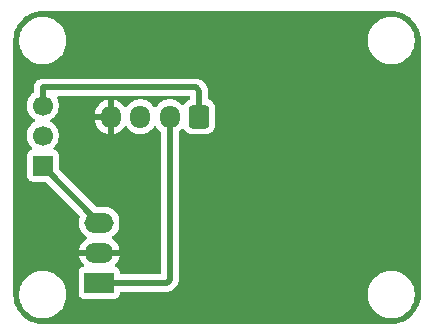
<source format=gbr>
%TF.GenerationSoftware,KiCad,Pcbnew,9.0.2*%
%TF.CreationDate,2025-07-05T13:36:24+12:00*%
%TF.ProjectId,SPI-POWER-INJECTOR,5350492d-504f-4574-9552-2d494e4a4543,rev?*%
%TF.SameCoordinates,Original*%
%TF.FileFunction,Copper,L2,Bot*%
%TF.FilePolarity,Positive*%
%FSLAX46Y46*%
G04 Gerber Fmt 4.6, Leading zero omitted, Abs format (unit mm)*
G04 Created by KiCad (PCBNEW 9.0.2) date 2025-07-05 13:36:24*
%MOMM*%
%LPD*%
G01*
G04 APERTURE LIST*
G04 Aperture macros list*
%AMRoundRect*
0 Rectangle with rounded corners*
0 $1 Rounding radius*
0 $2 $3 $4 $5 $6 $7 $8 $9 X,Y pos of 4 corners*
0 Add a 4 corners polygon primitive as box body*
4,1,4,$2,$3,$4,$5,$6,$7,$8,$9,$2,$3,0*
0 Add four circle primitives for the rounded corners*
1,1,$1+$1,$2,$3*
1,1,$1+$1,$4,$5*
1,1,$1+$1,$6,$7*
1,1,$1+$1,$8,$9*
0 Add four rect primitives between the rounded corners*
20,1,$1+$1,$2,$3,$4,$5,0*
20,1,$1+$1,$4,$5,$6,$7,0*
20,1,$1+$1,$6,$7,$8,$9,0*
20,1,$1+$1,$8,$9,$2,$3,0*%
G04 Aperture macros list end*
%TA.AperFunction,ComponentPad*%
%ADD10R,1.700000X1.700000*%
%TD*%
%TA.AperFunction,ComponentPad*%
%ADD11C,1.700000*%
%TD*%
%TA.AperFunction,ComponentPad*%
%ADD12O,2.500000X1.700000*%
%TD*%
%TA.AperFunction,ComponentPad*%
%ADD13R,2.500000X1.700000*%
%TD*%
%TA.AperFunction,ComponentPad*%
%ADD14RoundRect,0.250000X0.600000X0.725000X-0.600000X0.725000X-0.600000X-0.725000X0.600000X-0.725000X0*%
%TD*%
%TA.AperFunction,ComponentPad*%
%ADD15O,1.700000X1.950000*%
%TD*%
%TA.AperFunction,Conductor*%
%ADD16C,0.500000*%
%TD*%
%TA.AperFunction,Conductor*%
%ADD17C,0.200000*%
%TD*%
G04 APERTURE END LIST*
D10*
%TO.P,JP1,1*%
%TO.N,5VOLT*%
X137500000Y-89080000D03*
D11*
%TO.P,JP1,3*%
%TO.N,5VIN*%
X137500000Y-84000000D03*
%TO.P,JP1,2*%
%TO.N,FUSE*%
X137500000Y-86540000D03*
%TD*%
D12*
%TO.P,8/36V-5V_2A,3*%
%TO.N,5VOLT*%
X142292500Y-93917500D03*
%TO.P,8/36V-5V_2A,2*%
%TO.N,GND*%
X142292500Y-96457500D03*
D13*
%TO.P,8/36V-5V_2A,1*%
%TO.N,12VIN*%
X142292500Y-98997500D03*
%TD*%
D14*
%TO.P,POWER IN,1*%
%TO.N,5VIN*%
X150750000Y-84945000D03*
D15*
%TO.P,POWER IN,2*%
%TO.N,12VIN*%
X148250000Y-84945000D03*
%TO.P,POWER IN,3*%
%TO.N,N/C*%
X145750000Y-84945000D03*
%TO.P,POWER IN,4*%
%TO.N,GND*%
X143250000Y-84945000D03*
%TD*%
D16*
%TO.N,5VIN*%
X137500000Y-84000000D02*
X137500000Y-82460000D01*
%TO.N,5VOLT*%
X142292500Y-93917500D02*
X137500000Y-89125000D01*
D17*
X137500000Y-89125000D02*
X137500000Y-89080000D01*
D16*
%TO.N,5VIN*%
X150750000Y-84945000D02*
X150750000Y-82750000D01*
X150460000Y-82460000D02*
X137500000Y-82460000D01*
X150750000Y-82750000D02*
X150460000Y-82460000D01*
D17*
%TO.N,GND*%
X143250000Y-86250000D02*
X143250000Y-84945000D01*
X144000000Y-96457500D02*
X142292500Y-96457500D01*
X144000000Y-96457500D02*
X144000000Y-87000000D01*
X144000000Y-87000000D02*
X143250000Y-86250000D01*
D16*
%TO.N,12VIN*%
X148250000Y-98750000D02*
X148250000Y-94250000D01*
X148002500Y-98997500D02*
X148250000Y-98750000D01*
X148250000Y-84945000D02*
X148250000Y-94250000D01*
X141792500Y-98997500D02*
X148002500Y-98997500D01*
%TD*%
%TA.AperFunction,Conductor*%
%TO.N,GND*%
G36*
X149942539Y-83230185D02*
G01*
X149988294Y-83282989D01*
X149999500Y-83334500D01*
X149999500Y-83389699D01*
X149979815Y-83456738D01*
X149927011Y-83502493D01*
X149914507Y-83507403D01*
X149881962Y-83518188D01*
X149830668Y-83535185D01*
X149830663Y-83535187D01*
X149681342Y-83627289D01*
X149557289Y-83751342D01*
X149461821Y-83906121D01*
X149409873Y-83952845D01*
X149340910Y-83964068D01*
X149276828Y-83936224D01*
X149268601Y-83928705D01*
X149129786Y-83789890D01*
X148957820Y-83664951D01*
X148768414Y-83568444D01*
X148768413Y-83568443D01*
X148768412Y-83568443D01*
X148566243Y-83502754D01*
X148566241Y-83502753D01*
X148566240Y-83502753D01*
X148404957Y-83477208D01*
X148356287Y-83469500D01*
X148143713Y-83469500D01*
X148095042Y-83477208D01*
X147933760Y-83502753D01*
X147731585Y-83568444D01*
X147542179Y-83664951D01*
X147370213Y-83789890D01*
X147219894Y-83940209D01*
X147219890Y-83940214D01*
X147100318Y-84104793D01*
X147044989Y-84147459D01*
X146975375Y-84153438D01*
X146913580Y-84120833D01*
X146899682Y-84104793D01*
X146780109Y-83940214D01*
X146780105Y-83940209D01*
X146629786Y-83789890D01*
X146457820Y-83664951D01*
X146268414Y-83568444D01*
X146268413Y-83568443D01*
X146268412Y-83568443D01*
X146066243Y-83502754D01*
X146066241Y-83502753D01*
X146066240Y-83502753D01*
X145904957Y-83477208D01*
X145856287Y-83469500D01*
X145643713Y-83469500D01*
X145595042Y-83477208D01*
X145433760Y-83502753D01*
X145231585Y-83568444D01*
X145042179Y-83664951D01*
X144870213Y-83789890D01*
X144719894Y-83940209D01*
X144719890Y-83940214D01*
X144600008Y-84105218D01*
X144544678Y-84147884D01*
X144475065Y-84153863D01*
X144413270Y-84121257D01*
X144399372Y-84105218D01*
X144279727Y-83940540D01*
X144279723Y-83940535D01*
X144129464Y-83790276D01*
X144129459Y-83790272D01*
X143957557Y-83665379D01*
X143768215Y-83568903D01*
X143566124Y-83503241D01*
X143500000Y-83492768D01*
X143500000Y-84540854D01*
X143433343Y-84502370D01*
X143312535Y-84470000D01*
X143187465Y-84470000D01*
X143066657Y-84502370D01*
X143000000Y-84540854D01*
X143000000Y-83492768D01*
X142999999Y-83492768D01*
X142933875Y-83503241D01*
X142731784Y-83568903D01*
X142542442Y-83665379D01*
X142370540Y-83790272D01*
X142370535Y-83790276D01*
X142220276Y-83940535D01*
X142220272Y-83940540D01*
X142095379Y-84112442D01*
X141998904Y-84301782D01*
X141933242Y-84503869D01*
X141933242Y-84503872D01*
X141902970Y-84695000D01*
X142845854Y-84695000D01*
X142807370Y-84761657D01*
X142775000Y-84882465D01*
X142775000Y-85007535D01*
X142807370Y-85128343D01*
X142845854Y-85195000D01*
X141902970Y-85195000D01*
X141933242Y-85386127D01*
X141933242Y-85386130D01*
X141998904Y-85588217D01*
X142095379Y-85777557D01*
X142220272Y-85949459D01*
X142220276Y-85949464D01*
X142370535Y-86099723D01*
X142370540Y-86099727D01*
X142542442Y-86224620D01*
X142731782Y-86321095D01*
X142933871Y-86386757D01*
X143000000Y-86397231D01*
X143000000Y-85349145D01*
X143066657Y-85387630D01*
X143187465Y-85420000D01*
X143312535Y-85420000D01*
X143433343Y-85387630D01*
X143500000Y-85349145D01*
X143500000Y-86397230D01*
X143566126Y-86386757D01*
X143566129Y-86386757D01*
X143768217Y-86321095D01*
X143957557Y-86224620D01*
X144129459Y-86099727D01*
X144129464Y-86099723D01*
X144279721Y-85949466D01*
X144399371Y-85784781D01*
X144454701Y-85742115D01*
X144524314Y-85736136D01*
X144586110Y-85768741D01*
X144600008Y-85784781D01*
X144719890Y-85949785D01*
X144719894Y-85949790D01*
X144870213Y-86100109D01*
X145042179Y-86225048D01*
X145042181Y-86225049D01*
X145042184Y-86225051D01*
X145231588Y-86321557D01*
X145433757Y-86387246D01*
X145643713Y-86420500D01*
X145643714Y-86420500D01*
X145856286Y-86420500D01*
X145856287Y-86420500D01*
X146066243Y-86387246D01*
X146268412Y-86321557D01*
X146457816Y-86225051D01*
X146505811Y-86190181D01*
X146629786Y-86100109D01*
X146629788Y-86100106D01*
X146629792Y-86100104D01*
X146780104Y-85949792D01*
X146899683Y-85785204D01*
X146955011Y-85742540D01*
X147024624Y-85736561D01*
X147086420Y-85769166D01*
X147100313Y-85785199D01*
X147219896Y-85949792D01*
X147370208Y-86100104D01*
X147448384Y-86156902D01*
X147491051Y-86212231D01*
X147499500Y-86257220D01*
X147499500Y-98123000D01*
X147479815Y-98190039D01*
X147427011Y-98235794D01*
X147375500Y-98247000D01*
X144166999Y-98247000D01*
X144099960Y-98227315D01*
X144054205Y-98174511D01*
X144042999Y-98123000D01*
X144042999Y-98099629D01*
X144042998Y-98099623D01*
X144042997Y-98099616D01*
X144036591Y-98040017D01*
X143986296Y-97905169D01*
X143986295Y-97905168D01*
X143986293Y-97905164D01*
X143900047Y-97789955D01*
X143900044Y-97789952D01*
X143784835Y-97703706D01*
X143784828Y-97703702D01*
X143652901Y-97654497D01*
X143596967Y-97612626D01*
X143572550Y-97547162D01*
X143587402Y-97478889D01*
X143608553Y-97450633D01*
X143722228Y-97336958D01*
X143847120Y-97165057D01*
X143943595Y-96975717D01*
X144009257Y-96773629D01*
X144009257Y-96773626D01*
X144019731Y-96707500D01*
X142840982Y-96707500D01*
X142851611Y-96689091D01*
X142892500Y-96536491D01*
X142892500Y-96378509D01*
X142851611Y-96225909D01*
X142840982Y-96207500D01*
X144019731Y-96207500D01*
X144009257Y-96141373D01*
X144009257Y-96141370D01*
X143943595Y-95939282D01*
X143847120Y-95749942D01*
X143722227Y-95578040D01*
X143722223Y-95578035D01*
X143571964Y-95427776D01*
X143571959Y-95427772D01*
X143400055Y-95302877D01*
X143391000Y-95298263D01*
X143340206Y-95250288D01*
X143323412Y-95182466D01*
X143345951Y-95116332D01*
X143391008Y-95077293D01*
X143400316Y-95072551D01*
X143479507Y-95015015D01*
X143572286Y-94947609D01*
X143572288Y-94947606D01*
X143572292Y-94947604D01*
X143722604Y-94797292D01*
X143722606Y-94797288D01*
X143722609Y-94797286D01*
X143847548Y-94625320D01*
X143847547Y-94625320D01*
X143847551Y-94625316D01*
X143944057Y-94435912D01*
X144009746Y-94233743D01*
X144043000Y-94023787D01*
X144043000Y-93811213D01*
X144009746Y-93601257D01*
X143944057Y-93399088D01*
X143847551Y-93209684D01*
X143847549Y-93209681D01*
X143847548Y-93209679D01*
X143722609Y-93037713D01*
X143572286Y-92887390D01*
X143400320Y-92762451D01*
X143210914Y-92665944D01*
X143210913Y-92665943D01*
X143210912Y-92665943D01*
X143008743Y-92600254D01*
X143008741Y-92600253D01*
X143008740Y-92600253D01*
X142847457Y-92574708D01*
X142798787Y-92567000D01*
X142798786Y-92567000D01*
X142054729Y-92567000D01*
X141987690Y-92547315D01*
X141967048Y-92530681D01*
X138886818Y-89450450D01*
X138853333Y-89389127D01*
X138850499Y-89362769D01*
X138850499Y-88182129D01*
X138850498Y-88182123D01*
X138850497Y-88182116D01*
X138844091Y-88122517D01*
X138793796Y-87987669D01*
X138793795Y-87987668D01*
X138793793Y-87987664D01*
X138707547Y-87872455D01*
X138707544Y-87872452D01*
X138592335Y-87786206D01*
X138592328Y-87786202D01*
X138460917Y-87737189D01*
X138404983Y-87695318D01*
X138380566Y-87629853D01*
X138395418Y-87561580D01*
X138416563Y-87533332D01*
X138530104Y-87419792D01*
X138655051Y-87247816D01*
X138751557Y-87058412D01*
X138817246Y-86856243D01*
X138850500Y-86646287D01*
X138850500Y-86433713D01*
X138817246Y-86223757D01*
X138751557Y-86021588D01*
X138655051Y-85832184D01*
X138655049Y-85832181D01*
X138655048Y-85832179D01*
X138530109Y-85660213D01*
X138379786Y-85509890D01*
X138207820Y-85384951D01*
X138207115Y-85384591D01*
X138199054Y-85380485D01*
X138196326Y-85377907D01*
X138192683Y-85377000D01*
X138171126Y-85354108D01*
X138148259Y-85332512D01*
X138147356Y-85328866D01*
X138144783Y-85326134D01*
X138139023Y-85295221D01*
X138131463Y-85264692D01*
X138132673Y-85261138D01*
X138131986Y-85257446D01*
X138143855Y-85228323D01*
X138153999Y-85198556D01*
X138157353Y-85195206D01*
X138158357Y-85192744D01*
X138166378Y-85186194D01*
X138184051Y-85168548D01*
X138191233Y-85163499D01*
X138207816Y-85155051D01*
X138379792Y-85030104D01*
X138530104Y-84879792D01*
X138530106Y-84879788D01*
X138530109Y-84879786D01*
X138655048Y-84707820D01*
X138655047Y-84707820D01*
X138655051Y-84707816D01*
X138751557Y-84518412D01*
X138817246Y-84316243D01*
X138850500Y-84106287D01*
X138850500Y-83893713D01*
X138817246Y-83683757D01*
X138751557Y-83481588D01*
X138705296Y-83390795D01*
X138692400Y-83322125D01*
X138718677Y-83257385D01*
X138775783Y-83217128D01*
X138815781Y-83210500D01*
X149875500Y-83210500D01*
X149942539Y-83230185D01*
G37*
%TD.AperFunction*%
%TA.AperFunction,Conductor*%
G36*
X167003736Y-76000726D02*
G01*
X167293796Y-76018271D01*
X167308659Y-76020076D01*
X167590798Y-76071780D01*
X167605335Y-76075363D01*
X167879172Y-76160695D01*
X167893163Y-76166000D01*
X168154743Y-76283727D01*
X168167989Y-76290680D01*
X168413465Y-76439075D01*
X168425776Y-76447573D01*
X168535748Y-76533730D01*
X168651573Y-76624473D01*
X168662781Y-76634403D01*
X168865596Y-76837218D01*
X168875526Y-76848426D01*
X168995481Y-77001538D01*
X169052422Y-77074217D01*
X169060926Y-77086537D01*
X169201633Y-77319295D01*
X169209316Y-77332004D01*
X169216275Y-77345263D01*
X169333997Y-77606831D01*
X169339306Y-77620832D01*
X169424635Y-77894663D01*
X169428219Y-77909201D01*
X169479923Y-78191340D01*
X169481728Y-78206205D01*
X169499274Y-78496263D01*
X169499500Y-78503750D01*
X169499500Y-99996249D01*
X169499274Y-100003736D01*
X169481728Y-100293794D01*
X169479923Y-100308659D01*
X169428219Y-100590798D01*
X169424635Y-100605336D01*
X169339306Y-100879167D01*
X169333997Y-100893168D01*
X169216275Y-101154736D01*
X169209316Y-101167995D01*
X169060928Y-101413459D01*
X169052422Y-101425782D01*
X168875526Y-101651573D01*
X168865596Y-101662781D01*
X168662781Y-101865596D01*
X168651573Y-101875526D01*
X168425782Y-102052422D01*
X168413459Y-102060928D01*
X168167995Y-102209316D01*
X168154736Y-102216275D01*
X167893168Y-102333997D01*
X167879167Y-102339306D01*
X167605336Y-102424635D01*
X167590798Y-102428219D01*
X167308659Y-102479923D01*
X167293794Y-102481728D01*
X167003736Y-102499274D01*
X166996249Y-102499500D01*
X137503751Y-102499500D01*
X137496264Y-102499274D01*
X137206205Y-102481728D01*
X137191340Y-102479923D01*
X136909201Y-102428219D01*
X136894663Y-102424635D01*
X136620832Y-102339306D01*
X136606831Y-102333997D01*
X136345263Y-102216275D01*
X136332004Y-102209316D01*
X136086540Y-102060928D01*
X136074217Y-102052422D01*
X136007943Y-102000500D01*
X135848426Y-101875526D01*
X135837218Y-101865596D01*
X135634403Y-101662781D01*
X135624473Y-101651573D01*
X135447573Y-101425776D01*
X135439075Y-101413465D01*
X135290680Y-101167989D01*
X135283727Y-101154743D01*
X135166000Y-100893163D01*
X135160693Y-100879167D01*
X135075364Y-100605336D01*
X135071780Y-100590798D01*
X135035187Y-100391116D01*
X135020075Y-100308657D01*
X135018271Y-100293794D01*
X135000726Y-100003736D01*
X135000500Y-99996249D01*
X135000500Y-99868872D01*
X135499500Y-99868872D01*
X135499500Y-100131127D01*
X135520436Y-100290140D01*
X135533730Y-100391116D01*
X135589210Y-100598170D01*
X135601602Y-100644418D01*
X135601605Y-100644428D01*
X135701953Y-100886690D01*
X135701958Y-100886700D01*
X135833075Y-101113803D01*
X135992718Y-101321851D01*
X135992726Y-101321860D01*
X136178140Y-101507274D01*
X136178148Y-101507281D01*
X136386196Y-101666924D01*
X136613299Y-101798041D01*
X136613309Y-101798046D01*
X136789202Y-101870903D01*
X136855581Y-101898398D01*
X137108884Y-101966270D01*
X137368880Y-102000500D01*
X137368887Y-102000500D01*
X137631113Y-102000500D01*
X137631120Y-102000500D01*
X137891116Y-101966270D01*
X138144419Y-101898398D01*
X138386697Y-101798043D01*
X138613803Y-101666924D01*
X138821851Y-101507282D01*
X138821855Y-101507277D01*
X138821860Y-101507274D01*
X139007274Y-101321860D01*
X139007277Y-101321855D01*
X139007282Y-101321851D01*
X139166924Y-101113803D01*
X139298043Y-100886697D01*
X139398398Y-100644419D01*
X139466270Y-100391116D01*
X139500500Y-100131120D01*
X139500500Y-99868880D01*
X139466270Y-99608884D01*
X139398398Y-99355581D01*
X139345727Y-99228421D01*
X139298046Y-99113309D01*
X139298041Y-99113299D01*
X139166924Y-98886196D01*
X139007281Y-98678148D01*
X139007274Y-98678140D01*
X138821860Y-98492726D01*
X138821851Y-98492718D01*
X138613803Y-98333075D01*
X138386700Y-98201958D01*
X138386690Y-98201953D01*
X138144428Y-98101605D01*
X138144421Y-98101603D01*
X138144419Y-98101602D01*
X137891116Y-98033730D01*
X137833339Y-98026123D01*
X137631127Y-97999500D01*
X137631120Y-97999500D01*
X137368880Y-97999500D01*
X137368872Y-97999500D01*
X137137772Y-98029926D01*
X137108884Y-98033730D01*
X136862993Y-98099616D01*
X136855581Y-98101602D01*
X136855571Y-98101605D01*
X136613309Y-98201953D01*
X136613299Y-98201958D01*
X136386196Y-98333075D01*
X136178148Y-98492718D01*
X135992718Y-98678148D01*
X135833075Y-98886196D01*
X135701958Y-99113299D01*
X135701953Y-99113309D01*
X135601605Y-99355571D01*
X135601602Y-99355581D01*
X135541349Y-99580452D01*
X135533730Y-99608885D01*
X135499500Y-99868872D01*
X135000500Y-99868872D01*
X135000500Y-83893713D01*
X136149500Y-83893713D01*
X136149500Y-84106286D01*
X136180463Y-84301782D01*
X136182754Y-84316243D01*
X136243681Y-84503757D01*
X136248444Y-84518414D01*
X136344951Y-84707820D01*
X136469890Y-84879786D01*
X136620213Y-85030109D01*
X136792182Y-85155050D01*
X136800946Y-85159516D01*
X136851742Y-85207491D01*
X136868536Y-85275312D01*
X136845998Y-85341447D01*
X136800946Y-85380484D01*
X136792182Y-85384949D01*
X136620213Y-85509890D01*
X136469890Y-85660213D01*
X136344951Y-85832179D01*
X136248444Y-86021585D01*
X136182753Y-86223760D01*
X136149500Y-86433713D01*
X136149500Y-86646286D01*
X136182753Y-86856239D01*
X136248444Y-87058414D01*
X136344951Y-87247820D01*
X136469890Y-87419786D01*
X136583430Y-87533326D01*
X136616915Y-87594649D01*
X136611931Y-87664341D01*
X136570059Y-87720274D01*
X136539083Y-87737189D01*
X136407669Y-87786203D01*
X136407664Y-87786206D01*
X136292455Y-87872452D01*
X136292452Y-87872455D01*
X136206206Y-87987664D01*
X136206202Y-87987671D01*
X136155908Y-88122517D01*
X136149501Y-88182116D01*
X136149501Y-88182123D01*
X136149500Y-88182135D01*
X136149500Y-89977870D01*
X136149501Y-89977876D01*
X136155908Y-90037483D01*
X136206202Y-90172328D01*
X136206206Y-90172335D01*
X136292452Y-90287544D01*
X136292455Y-90287547D01*
X136407664Y-90373793D01*
X136407671Y-90373797D01*
X136542517Y-90424091D01*
X136542516Y-90424091D01*
X136549444Y-90424835D01*
X136602127Y-90430500D01*
X137692769Y-90430499D01*
X137759808Y-90450184D01*
X137780450Y-90466818D01*
X140604813Y-93291181D01*
X140638298Y-93352504D01*
X140635063Y-93417179D01*
X140575254Y-93601255D01*
X140575253Y-93601259D01*
X140542000Y-93811213D01*
X140542000Y-94023786D01*
X140575253Y-94233739D01*
X140640944Y-94435914D01*
X140737451Y-94625320D01*
X140862390Y-94797286D01*
X141012713Y-94947609D01*
X141184679Y-95072548D01*
X141184681Y-95072549D01*
X141184684Y-95072551D01*
X141193993Y-95077294D01*
X141244790Y-95125266D01*
X141261587Y-95193087D01*
X141239052Y-95259222D01*
X141194002Y-95298262D01*
X141184943Y-95302878D01*
X141013040Y-95427772D01*
X141013035Y-95427776D01*
X140862776Y-95578035D01*
X140862772Y-95578040D01*
X140737879Y-95749942D01*
X140641404Y-95939282D01*
X140575742Y-96141370D01*
X140575742Y-96141373D01*
X140565269Y-96207500D01*
X141744018Y-96207500D01*
X141733389Y-96225909D01*
X141692500Y-96378509D01*
X141692500Y-96536491D01*
X141733389Y-96689091D01*
X141744018Y-96707500D01*
X140565269Y-96707500D01*
X140575742Y-96773626D01*
X140575742Y-96773629D01*
X140641404Y-96975717D01*
X140737879Y-97165057D01*
X140862772Y-97336959D01*
X140862776Y-97336964D01*
X140976446Y-97450634D01*
X141009931Y-97511957D01*
X141004947Y-97581649D01*
X140963075Y-97637582D01*
X140932098Y-97654497D01*
X140800171Y-97703702D01*
X140800164Y-97703706D01*
X140684955Y-97789952D01*
X140684952Y-97789955D01*
X140598706Y-97905164D01*
X140598702Y-97905171D01*
X140548408Y-98040017D01*
X140542001Y-98099616D01*
X140542001Y-98099623D01*
X140542000Y-98099635D01*
X140542000Y-99895370D01*
X140542001Y-99895376D01*
X140548408Y-99954983D01*
X140598702Y-100089828D01*
X140598706Y-100089835D01*
X140684952Y-100205044D01*
X140684955Y-100205047D01*
X140800164Y-100291293D01*
X140800171Y-100291297D01*
X140935017Y-100341591D01*
X140935016Y-100341591D01*
X140941944Y-100342335D01*
X140994627Y-100348000D01*
X143590372Y-100347999D01*
X143649983Y-100341591D01*
X143784831Y-100291296D01*
X143900046Y-100205046D01*
X143986296Y-100089831D01*
X144036591Y-99954983D01*
X144043000Y-99895373D01*
X144043000Y-99872000D01*
X144043918Y-99868872D01*
X164999500Y-99868872D01*
X164999500Y-100131127D01*
X165020436Y-100290140D01*
X165033730Y-100391116D01*
X165089210Y-100598170D01*
X165101602Y-100644418D01*
X165101605Y-100644428D01*
X165201953Y-100886690D01*
X165201958Y-100886700D01*
X165333075Y-101113803D01*
X165492718Y-101321851D01*
X165492726Y-101321860D01*
X165678140Y-101507274D01*
X165678148Y-101507281D01*
X165886196Y-101666924D01*
X166113299Y-101798041D01*
X166113309Y-101798046D01*
X166289202Y-101870903D01*
X166355581Y-101898398D01*
X166608884Y-101966270D01*
X166868880Y-102000500D01*
X166868887Y-102000500D01*
X167131113Y-102000500D01*
X167131120Y-102000500D01*
X167391116Y-101966270D01*
X167644419Y-101898398D01*
X167886697Y-101798043D01*
X168113803Y-101666924D01*
X168321851Y-101507282D01*
X168321855Y-101507277D01*
X168321860Y-101507274D01*
X168507274Y-101321860D01*
X168507277Y-101321855D01*
X168507282Y-101321851D01*
X168666924Y-101113803D01*
X168798043Y-100886697D01*
X168898398Y-100644419D01*
X168966270Y-100391116D01*
X169000500Y-100131120D01*
X169000500Y-99868880D01*
X168966270Y-99608884D01*
X168898398Y-99355581D01*
X168845727Y-99228421D01*
X168798046Y-99113309D01*
X168798041Y-99113299D01*
X168666924Y-98886196D01*
X168507281Y-98678148D01*
X168507274Y-98678140D01*
X168321860Y-98492726D01*
X168321851Y-98492718D01*
X168113803Y-98333075D01*
X167886700Y-98201958D01*
X167886690Y-98201953D01*
X167644428Y-98101605D01*
X167644421Y-98101603D01*
X167644419Y-98101602D01*
X167391116Y-98033730D01*
X167333339Y-98026123D01*
X167131127Y-97999500D01*
X167131120Y-97999500D01*
X166868880Y-97999500D01*
X166868872Y-97999500D01*
X166637772Y-98029926D01*
X166608884Y-98033730D01*
X166362993Y-98099616D01*
X166355581Y-98101602D01*
X166355571Y-98101605D01*
X166113309Y-98201953D01*
X166113299Y-98201958D01*
X165886196Y-98333075D01*
X165678148Y-98492718D01*
X165492718Y-98678148D01*
X165333075Y-98886196D01*
X165201958Y-99113299D01*
X165201953Y-99113309D01*
X165101605Y-99355571D01*
X165101602Y-99355581D01*
X165041349Y-99580452D01*
X165033730Y-99608885D01*
X164999500Y-99868872D01*
X144043918Y-99868872D01*
X144062685Y-99804961D01*
X144115489Y-99759206D01*
X144167000Y-99748000D01*
X148076420Y-99748000D01*
X148100531Y-99743204D01*
X148187213Y-99725960D01*
X148221413Y-99719158D01*
X148357995Y-99662584D01*
X148407229Y-99629686D01*
X148480916Y-99580452D01*
X148832952Y-99228416D01*
X148857210Y-99192110D01*
X148906375Y-99118530D01*
X148906377Y-99118525D01*
X148906381Y-99118520D01*
X148915084Y-99105495D01*
X148971658Y-98968913D01*
X149000500Y-98823918D01*
X149000500Y-94176082D01*
X149000500Y-86257220D01*
X149020185Y-86190181D01*
X149051614Y-86156902D01*
X149129792Y-86100104D01*
X149268604Y-85961291D01*
X149329923Y-85927809D01*
X149399615Y-85932793D01*
X149455549Y-85974664D01*
X149461821Y-85983878D01*
X149465185Y-85989333D01*
X149465186Y-85989334D01*
X149557288Y-86138656D01*
X149681344Y-86262712D01*
X149830666Y-86354814D01*
X149997203Y-86409999D01*
X150099991Y-86420500D01*
X151400008Y-86420499D01*
X151502797Y-86409999D01*
X151669334Y-86354814D01*
X151818656Y-86262712D01*
X151942712Y-86138656D01*
X152034814Y-85989334D01*
X152089999Y-85822797D01*
X152100500Y-85720009D01*
X152100499Y-84169992D01*
X152098851Y-84153863D01*
X152089999Y-84067203D01*
X152089998Y-84067200D01*
X152052104Y-83952845D01*
X152034814Y-83900666D01*
X151942712Y-83751344D01*
X151818656Y-83627288D01*
X151669334Y-83535186D01*
X151585495Y-83507404D01*
X151528051Y-83467632D01*
X151501228Y-83403116D01*
X151500500Y-83389699D01*
X151500500Y-82676079D01*
X151471659Y-82531092D01*
X151471658Y-82531091D01*
X151471658Y-82531087D01*
X151415084Y-82394505D01*
X151382186Y-82345270D01*
X151382185Y-82345268D01*
X151332956Y-82271589D01*
X151332952Y-82271584D01*
X150938421Y-81877052D01*
X150938414Y-81877046D01*
X150864729Y-81827812D01*
X150864729Y-81827813D01*
X150815491Y-81794913D01*
X150678917Y-81738343D01*
X150678907Y-81738340D01*
X150533920Y-81709500D01*
X150533918Y-81709500D01*
X137573918Y-81709500D01*
X137426082Y-81709500D01*
X137426080Y-81709500D01*
X137281092Y-81738340D01*
X137281082Y-81738343D01*
X137144511Y-81794912D01*
X137144498Y-81794919D01*
X137021584Y-81877048D01*
X137021580Y-81877051D01*
X136917051Y-81981580D01*
X136917048Y-81981584D01*
X136834919Y-82104498D01*
X136834912Y-82104511D01*
X136778343Y-82241082D01*
X136778340Y-82241092D01*
X136749500Y-82386079D01*
X136749500Y-82812779D01*
X136729815Y-82879818D01*
X136698385Y-82913097D01*
X136620211Y-82969893D01*
X136620205Y-82969898D01*
X136469890Y-83120213D01*
X136344951Y-83292179D01*
X136248444Y-83481585D01*
X136248443Y-83481587D01*
X136248443Y-83481588D01*
X136240055Y-83507405D01*
X136182753Y-83683760D01*
X136149500Y-83893713D01*
X135000500Y-83893713D01*
X135000500Y-78503750D01*
X135000726Y-78496263D01*
X135008432Y-78368872D01*
X135499500Y-78368872D01*
X135499500Y-78631127D01*
X135520436Y-78790140D01*
X135533730Y-78891116D01*
X135555178Y-78971161D01*
X135601602Y-79144418D01*
X135601605Y-79144428D01*
X135701953Y-79386690D01*
X135701958Y-79386700D01*
X135833075Y-79613803D01*
X135992718Y-79821851D01*
X135992726Y-79821860D01*
X136178140Y-80007274D01*
X136178148Y-80007281D01*
X136386196Y-80166924D01*
X136613299Y-80298041D01*
X136613309Y-80298046D01*
X136855571Y-80398394D01*
X136855581Y-80398398D01*
X137108884Y-80466270D01*
X137368880Y-80500500D01*
X137368887Y-80500500D01*
X137631113Y-80500500D01*
X137631120Y-80500500D01*
X137891116Y-80466270D01*
X138144419Y-80398398D01*
X138386697Y-80298043D01*
X138613803Y-80166924D01*
X138821851Y-80007282D01*
X138821855Y-80007277D01*
X138821860Y-80007274D01*
X139007274Y-79821860D01*
X139007277Y-79821855D01*
X139007282Y-79821851D01*
X139166924Y-79613803D01*
X139298043Y-79386697D01*
X139398398Y-79144419D01*
X139466270Y-78891116D01*
X139500500Y-78631120D01*
X139500500Y-78368880D01*
X139500499Y-78368872D01*
X164999500Y-78368872D01*
X164999500Y-78631127D01*
X165020436Y-78790140D01*
X165033730Y-78891116D01*
X165055178Y-78971161D01*
X165101602Y-79144418D01*
X165101605Y-79144428D01*
X165201953Y-79386690D01*
X165201958Y-79386700D01*
X165333075Y-79613803D01*
X165492718Y-79821851D01*
X165492726Y-79821860D01*
X165678140Y-80007274D01*
X165678148Y-80007281D01*
X165886196Y-80166924D01*
X166113299Y-80298041D01*
X166113309Y-80298046D01*
X166355571Y-80398394D01*
X166355581Y-80398398D01*
X166608884Y-80466270D01*
X166868880Y-80500500D01*
X166868887Y-80500500D01*
X167131113Y-80500500D01*
X167131120Y-80500500D01*
X167391116Y-80466270D01*
X167644419Y-80398398D01*
X167886697Y-80298043D01*
X168113803Y-80166924D01*
X168321851Y-80007282D01*
X168321855Y-80007277D01*
X168321860Y-80007274D01*
X168507274Y-79821860D01*
X168507277Y-79821855D01*
X168507282Y-79821851D01*
X168666924Y-79613803D01*
X168798043Y-79386697D01*
X168898398Y-79144419D01*
X168966270Y-78891116D01*
X169000500Y-78631120D01*
X169000500Y-78368880D01*
X168966270Y-78108884D01*
X168898398Y-77855581D01*
X168798193Y-77613665D01*
X168798046Y-77613309D01*
X168798041Y-77613299D01*
X168666924Y-77386196D01*
X168507281Y-77178148D01*
X168507274Y-77178140D01*
X168321860Y-76992726D01*
X168321851Y-76992718D01*
X168113803Y-76833075D01*
X167886700Y-76701958D01*
X167886690Y-76701953D01*
X167644428Y-76601605D01*
X167644421Y-76601603D01*
X167644419Y-76601602D01*
X167391116Y-76533730D01*
X167333339Y-76526123D01*
X167131127Y-76499500D01*
X167131120Y-76499500D01*
X166868880Y-76499500D01*
X166868872Y-76499500D01*
X166637772Y-76529926D01*
X166608884Y-76533730D01*
X166355581Y-76601602D01*
X166355571Y-76601605D01*
X166113309Y-76701953D01*
X166113299Y-76701958D01*
X165886196Y-76833075D01*
X165678148Y-76992718D01*
X165492718Y-77178148D01*
X165333075Y-77386196D01*
X165201958Y-77613299D01*
X165201953Y-77613309D01*
X165101605Y-77855571D01*
X165101602Y-77855581D01*
X165066724Y-77985750D01*
X165033730Y-78108885D01*
X164999500Y-78368872D01*
X139500499Y-78368872D01*
X139466270Y-78108884D01*
X139398398Y-77855581D01*
X139298193Y-77613665D01*
X139298046Y-77613309D01*
X139298041Y-77613299D01*
X139166924Y-77386196D01*
X139007281Y-77178148D01*
X139007274Y-77178140D01*
X138821860Y-76992726D01*
X138821851Y-76992718D01*
X138613803Y-76833075D01*
X138386700Y-76701958D01*
X138386690Y-76701953D01*
X138144428Y-76601605D01*
X138144421Y-76601603D01*
X138144419Y-76601602D01*
X137891116Y-76533730D01*
X137833339Y-76526123D01*
X137631127Y-76499500D01*
X137631120Y-76499500D01*
X137368880Y-76499500D01*
X137368872Y-76499500D01*
X137137772Y-76529926D01*
X137108884Y-76533730D01*
X136855581Y-76601602D01*
X136855571Y-76601605D01*
X136613309Y-76701953D01*
X136613299Y-76701958D01*
X136386196Y-76833075D01*
X136178148Y-76992718D01*
X135992718Y-77178148D01*
X135833075Y-77386196D01*
X135701958Y-77613299D01*
X135701953Y-77613309D01*
X135601605Y-77855571D01*
X135601602Y-77855581D01*
X135566724Y-77985750D01*
X135533730Y-78108885D01*
X135499500Y-78368872D01*
X135008432Y-78368872D01*
X135009130Y-78357334D01*
X135009130Y-78357333D01*
X135018271Y-78206206D01*
X135020076Y-78191340D01*
X135035187Y-78108885D01*
X135071780Y-77909197D01*
X135075364Y-77894663D01*
X135160696Y-77620822D01*
X135165998Y-77606841D01*
X135283731Y-77345249D01*
X135290676Y-77332016D01*
X135439080Y-77086526D01*
X135447567Y-77074230D01*
X135624480Y-76848417D01*
X135634395Y-76837226D01*
X135837226Y-76634395D01*
X135848417Y-76624480D01*
X136074230Y-76447567D01*
X136086526Y-76439080D01*
X136332016Y-76290676D01*
X136345249Y-76283731D01*
X136606841Y-76165998D01*
X136620822Y-76160696D01*
X136894668Y-76075362D01*
X136909197Y-76071780D01*
X137191344Y-76020075D01*
X137206201Y-76018271D01*
X137496264Y-76000726D01*
X137503751Y-76000500D01*
X137565892Y-76000500D01*
X166934108Y-76000500D01*
X166996249Y-76000500D01*
X167003736Y-76000726D01*
G37*
%TD.AperFunction*%
%TD*%
M02*

</source>
